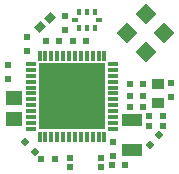
<source format=gtp>
G04*
G04 #@! TF.GenerationSoftware,Altium Limited,Altium Designer,20.0.13 (296)*
G04*
G04 Layer_Color=8421504*
%FSLAX25Y25*%
%MOIN*%
G70*
G01*
G75*
%ADD14P,0.06960X4X90.0*%
%ADD15R,0.02165X0.02165*%
%ADD16R,0.01575X0.02362*%
%ADD17R,0.02362X0.01575*%
%ADD18R,0.22441X0.22441*%
%ADD19R,0.01181X0.03347*%
%ADD20R,0.03347X0.01181*%
%ADD21R,0.02165X0.02165*%
%ADD22P,0.03062X4X180.0*%
%ADD23P,0.03062X4X90.0*%
%ADD24R,0.05709X0.04528*%
G04:AMPARAMS|DCode=25|XSize=29.53mil|YSize=23.62mil|CornerRadius=0mil|HoleSize=0mil|Usage=FLASHONLY|Rotation=45.000|XOffset=0mil|YOffset=0mil|HoleType=Round|Shape=Rectangle|*
%AMROTATEDRECTD25*
4,1,4,-0.00209,-0.01879,-0.01879,-0.00209,0.00209,0.01879,0.01879,0.00209,-0.00209,-0.01879,0.0*
%
%ADD25ROTATEDRECTD25*%

%ADD26R,0.07087X0.03937*%
%ADD27R,0.03937X0.03543*%
D14*
X49500Y55764D02*
D03*
X43236Y49500D02*
D03*
X55764D02*
D03*
X49500Y43236D02*
D03*
D15*
X38200Y5500D02*
D03*
X42800D02*
D03*
X14700Y7500D02*
D03*
X19300D02*
D03*
X50700Y22000D02*
D03*
X55300D02*
D03*
X48800Y32500D02*
D03*
X44200D02*
D03*
X29800Y47000D02*
D03*
X25200D02*
D03*
X55300Y18500D02*
D03*
X50700D02*
D03*
X48800Y28500D02*
D03*
X44200D02*
D03*
X48800Y25000D02*
D03*
X44200D02*
D03*
X34701Y7976D02*
D03*
Y5024D02*
D03*
X24268D02*
D03*
Y7976D02*
D03*
X20800Y47000D02*
D03*
X16200D02*
D03*
D16*
X27441Y56697D02*
D03*
X30000D02*
D03*
X32559D02*
D03*
X27441Y51303D02*
D03*
X30000D02*
D03*
X32559D02*
D03*
D17*
X33937Y54000D02*
D03*
X26063D02*
D03*
D18*
X25000Y28417D02*
D03*
D19*
X35827Y14835D02*
D03*
X33858D02*
D03*
X31890D02*
D03*
X29921D02*
D03*
X27953D02*
D03*
X25984D02*
D03*
X24016D02*
D03*
X22047D02*
D03*
X20079D02*
D03*
X18110D02*
D03*
X16142D02*
D03*
X14173D02*
D03*
Y42000D02*
D03*
X16142D02*
D03*
X18110D02*
D03*
X20079D02*
D03*
X22047D02*
D03*
X24016D02*
D03*
X25984D02*
D03*
X27953D02*
D03*
X29921D02*
D03*
X31890D02*
D03*
X33858D02*
D03*
X35827D02*
D03*
D20*
X11417Y17591D02*
D03*
Y19559D02*
D03*
Y21528D02*
D03*
Y23496D02*
D03*
Y25465D02*
D03*
Y27433D02*
D03*
Y29402D02*
D03*
Y31370D02*
D03*
Y33339D02*
D03*
Y35307D02*
D03*
Y37276D02*
D03*
Y39244D02*
D03*
X38583D02*
D03*
Y37276D02*
D03*
Y35307D02*
D03*
Y33339D02*
D03*
Y31370D02*
D03*
Y29402D02*
D03*
Y27433D02*
D03*
Y25465D02*
D03*
Y23496D02*
D03*
Y21528D02*
D03*
Y19559D02*
D03*
Y17591D02*
D03*
D21*
X10000Y43700D02*
D03*
Y48300D02*
D03*
X38500Y8700D02*
D03*
Y13300D02*
D03*
X58000Y28200D02*
D03*
Y32800D02*
D03*
X3500Y38800D02*
D03*
Y34200D02*
D03*
X22500Y55300D02*
D03*
Y50700D02*
D03*
D22*
X9374Y13126D02*
D03*
X12626Y9874D02*
D03*
D23*
X54126Y15626D02*
D03*
X50874Y12374D02*
D03*
D24*
X5500Y20957D02*
D03*
Y28043D02*
D03*
D25*
X14469Y51469D02*
D03*
X17531Y54531D02*
D03*
D26*
X45000Y20421D02*
D03*
Y10579D02*
D03*
D27*
X53500Y26350D02*
D03*
Y32650D02*
D03*
M02*

</source>
